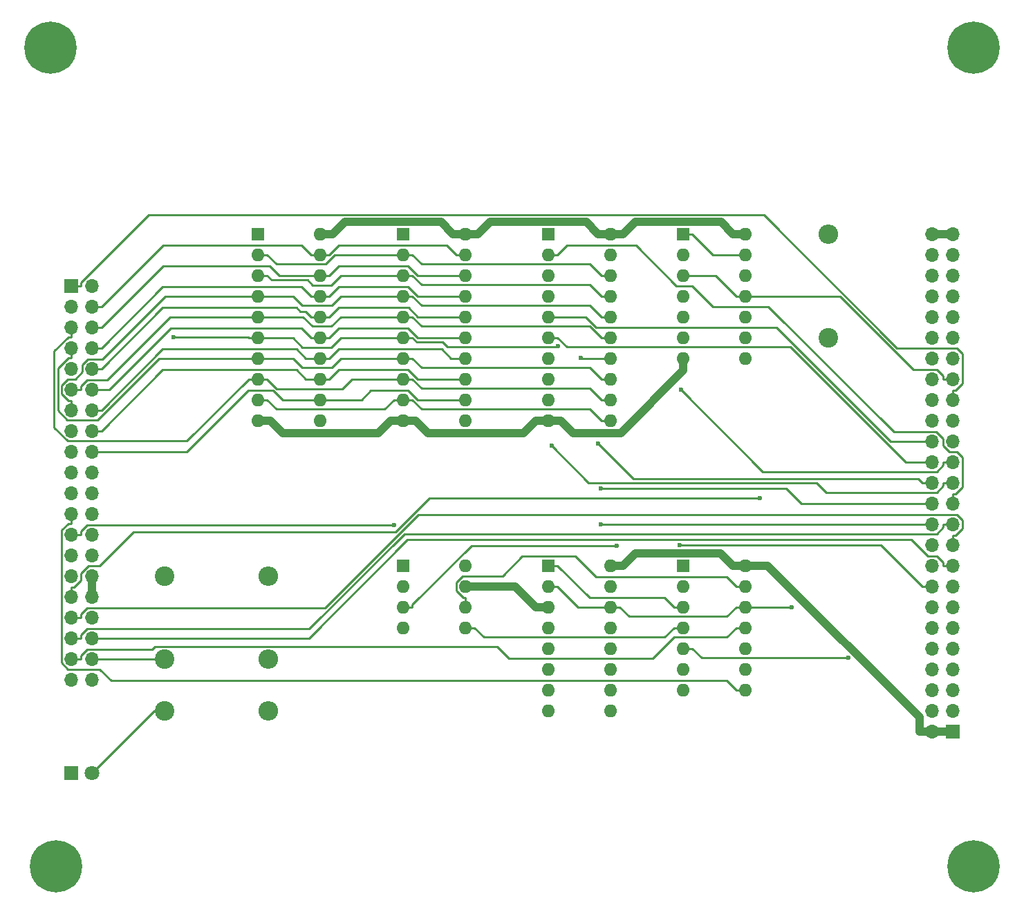
<source format=gbr>
G04 #@! TF.FileFunction,Copper,L1,Top,Signal*
%FSLAX46Y46*%
G04 Gerber Fmt 4.6, Leading zero omitted, Abs format (unit mm)*
G04 Created by KiCad (PCBNEW 4.0.6-e0-6349~53~ubuntu16.04.1) date Mon Apr  3 22:16:37 2017*
%MOMM*%
%LPD*%
G01*
G04 APERTURE LIST*
%ADD10C,0.100000*%
%ADD11R,1.800000X1.800000*%
%ADD12C,1.800000*%
%ADD13R,1.700000X1.700000*%
%ADD14O,1.700000X1.700000*%
%ADD15C,2.400000*%
%ADD16O,2.400000X2.400000*%
%ADD17R,1.600000X1.600000*%
%ADD18O,1.600000X1.600000*%
%ADD19C,6.400000*%
%ADD20C,0.600000*%
%ADD21C,0.250000*%
%ADD22C,1.000000*%
G04 APERTURE END LIST*
D10*
D11*
X54610000Y-134620000D03*
D12*
X57150000Y-134620000D03*
D13*
X162560000Y-129540000D03*
D14*
X160020000Y-129540000D03*
X162560000Y-127000000D03*
X160020000Y-127000000D03*
X162560000Y-124460000D03*
X160020000Y-124460000D03*
X162560000Y-121920000D03*
X160020000Y-121920000D03*
X162560000Y-119380000D03*
X160020000Y-119380000D03*
X162560000Y-116840000D03*
X160020000Y-116840000D03*
X162560000Y-114300000D03*
X160020000Y-114300000D03*
X162560000Y-111760000D03*
X160020000Y-111760000D03*
X162560000Y-109220000D03*
X160020000Y-109220000D03*
X162560000Y-106680000D03*
X160020000Y-106680000D03*
X162560000Y-104140000D03*
X160020000Y-104140000D03*
X162560000Y-101600000D03*
X160020000Y-101600000D03*
X162560000Y-99060000D03*
X160020000Y-99060000D03*
X162560000Y-96520000D03*
X160020000Y-96520000D03*
X162560000Y-93980000D03*
X160020000Y-93980000D03*
X162560000Y-91440000D03*
X160020000Y-91440000D03*
X162560000Y-88900000D03*
X160020000Y-88900000D03*
X162560000Y-86360000D03*
X160020000Y-86360000D03*
X162560000Y-83820000D03*
X160020000Y-83820000D03*
X162560000Y-81280000D03*
X160020000Y-81280000D03*
X162560000Y-78740000D03*
X160020000Y-78740000D03*
X162560000Y-76200000D03*
X160020000Y-76200000D03*
X162560000Y-73660000D03*
X160020000Y-73660000D03*
X162560000Y-71120000D03*
X160020000Y-71120000D03*
X162560000Y-68580000D03*
X160020000Y-68580000D03*
D13*
X54610000Y-74930000D03*
D14*
X57150000Y-74930000D03*
X54610000Y-77470000D03*
X57150000Y-77470000D03*
X54610000Y-80010000D03*
X57150000Y-80010000D03*
X54610000Y-82550000D03*
X57150000Y-82550000D03*
X54610000Y-85090000D03*
X57150000Y-85090000D03*
X54610000Y-87630000D03*
X57150000Y-87630000D03*
X54610000Y-90170000D03*
X57150000Y-90170000D03*
X54610000Y-92710000D03*
X57150000Y-92710000D03*
X54610000Y-95250000D03*
X57150000Y-95250000D03*
X54610000Y-97790000D03*
X57150000Y-97790000D03*
X54610000Y-100330000D03*
X57150000Y-100330000D03*
X54610000Y-102870000D03*
X57150000Y-102870000D03*
X54610000Y-105410000D03*
X57150000Y-105410000D03*
X54610000Y-107950000D03*
X57150000Y-107950000D03*
X54610000Y-110490000D03*
X57150000Y-110490000D03*
X54610000Y-113030000D03*
X57150000Y-113030000D03*
X54610000Y-115570000D03*
X57150000Y-115570000D03*
X54610000Y-118110000D03*
X57150000Y-118110000D03*
X54610000Y-120650000D03*
X57150000Y-120650000D03*
X54610000Y-123190000D03*
X57150000Y-123190000D03*
D15*
X66040000Y-110490000D03*
D16*
X78740000Y-110490000D03*
D15*
X66040000Y-120650000D03*
D16*
X78740000Y-120650000D03*
D15*
X66040000Y-127000000D03*
D16*
X78740000Y-127000000D03*
D15*
X147320000Y-81280000D03*
D16*
X147320000Y-68580000D03*
D17*
X129540000Y-109220000D03*
D18*
X137160000Y-124460000D03*
X129540000Y-111760000D03*
X137160000Y-121920000D03*
X129540000Y-114300000D03*
X137160000Y-119380000D03*
X129540000Y-116840000D03*
X137160000Y-116840000D03*
X129540000Y-119380000D03*
X137160000Y-114300000D03*
X129540000Y-121920000D03*
X137160000Y-111760000D03*
X129540000Y-124460000D03*
X137160000Y-109220000D03*
D17*
X113030000Y-109220000D03*
D18*
X120650000Y-127000000D03*
X113030000Y-111760000D03*
X120650000Y-124460000D03*
X113030000Y-114300000D03*
X120650000Y-121920000D03*
X113030000Y-116840000D03*
X120650000Y-119380000D03*
X113030000Y-119380000D03*
X120650000Y-116840000D03*
X113030000Y-121920000D03*
X120650000Y-114300000D03*
X113030000Y-124460000D03*
X120650000Y-111760000D03*
X113030000Y-127000000D03*
X120650000Y-109220000D03*
D17*
X129540000Y-68580000D03*
D18*
X137160000Y-83820000D03*
X129540000Y-71120000D03*
X137160000Y-81280000D03*
X129540000Y-73660000D03*
X137160000Y-78740000D03*
X129540000Y-76200000D03*
X137160000Y-76200000D03*
X129540000Y-78740000D03*
X137160000Y-73660000D03*
X129540000Y-81280000D03*
X137160000Y-71120000D03*
X129540000Y-83820000D03*
X137160000Y-68580000D03*
D17*
X95250000Y-109220000D03*
D18*
X102870000Y-116840000D03*
X95250000Y-111760000D03*
X102870000Y-114300000D03*
X95250000Y-114300000D03*
X102870000Y-111760000D03*
X95250000Y-116840000D03*
X102870000Y-109220000D03*
D17*
X95250000Y-68580000D03*
D18*
X102870000Y-91440000D03*
X95250000Y-71120000D03*
X102870000Y-88900000D03*
X95250000Y-73660000D03*
X102870000Y-86360000D03*
X95250000Y-76200000D03*
X102870000Y-83820000D03*
X95250000Y-78740000D03*
X102870000Y-81280000D03*
X95250000Y-81280000D03*
X102870000Y-78740000D03*
X95250000Y-83820000D03*
X102870000Y-76200000D03*
X95250000Y-86360000D03*
X102870000Y-73660000D03*
X95250000Y-88900000D03*
X102870000Y-71120000D03*
X95250000Y-91440000D03*
X102870000Y-68580000D03*
D17*
X77470000Y-68580000D03*
D18*
X85090000Y-91440000D03*
X77470000Y-71120000D03*
X85090000Y-88900000D03*
X77470000Y-73660000D03*
X85090000Y-86360000D03*
X77470000Y-76200000D03*
X85090000Y-83820000D03*
X77470000Y-78740000D03*
X85090000Y-81280000D03*
X77470000Y-81280000D03*
X85090000Y-78740000D03*
X77470000Y-83820000D03*
X85090000Y-76200000D03*
X77470000Y-86360000D03*
X85090000Y-73660000D03*
X77470000Y-88900000D03*
X85090000Y-71120000D03*
X77470000Y-91440000D03*
X85090000Y-68580000D03*
D17*
X113030000Y-68580000D03*
D18*
X120650000Y-91440000D03*
X113030000Y-71120000D03*
X120650000Y-88900000D03*
X113030000Y-73660000D03*
X120650000Y-86360000D03*
X113030000Y-76200000D03*
X120650000Y-83820000D03*
X113030000Y-78740000D03*
X120650000Y-81280000D03*
X113030000Y-81280000D03*
X120650000Y-78740000D03*
X113030000Y-83820000D03*
X120650000Y-76200000D03*
X113030000Y-86360000D03*
X120650000Y-73660000D03*
X113030000Y-88900000D03*
X120650000Y-71120000D03*
X113030000Y-91440000D03*
X120650000Y-68580000D03*
D19*
X165100000Y-146050000D03*
X52705000Y-146050000D03*
X52070000Y-45720000D03*
X165100000Y-45720000D03*
D20*
X149744900Y-120505300D03*
X142861300Y-114300000D03*
X129142800Y-106691100D03*
X119451100Y-104191100D03*
X119451100Y-99727000D03*
X113406400Y-94535300D03*
X119097500Y-94266400D03*
X129250400Y-87635000D03*
X138973000Y-100988700D03*
X67128900Y-81221600D03*
X117006500Y-83775600D03*
X114238800Y-82344600D03*
X94124700Y-104234700D03*
X121424900Y-106769400D03*
D21*
X64770000Y-127000000D02*
X57150000Y-134620000D01*
X66040000Y-127000000D02*
X64770000Y-127000000D01*
D22*
X137160000Y-109220000D02*
X138660300Y-109220000D01*
X159244900Y-129540000D02*
X158469700Y-129540000D01*
X159244900Y-129540000D02*
X160020000Y-129540000D01*
X160020000Y-129540000D02*
X162560000Y-129540000D01*
X105870700Y-67079600D02*
X104370300Y-68580000D01*
X117649300Y-67079600D02*
X105870700Y-67079600D01*
X119149700Y-68580000D02*
X117649300Y-67079600D01*
X102870000Y-68580000D02*
X104370300Y-68580000D01*
X99869300Y-67079600D02*
X101369700Y-68580000D01*
X88090700Y-67079600D02*
X99869300Y-67079600D01*
X86590300Y-68580000D02*
X88090700Y-67079600D01*
X85090000Y-68580000D02*
X86590300Y-68580000D01*
X102870000Y-68580000D02*
X101369700Y-68580000D01*
X119899900Y-68580000D02*
X119149700Y-68580000D01*
X134145500Y-107705800D02*
X135659700Y-109220000D01*
X123664500Y-107705800D02*
X134145500Y-107705800D01*
X122150300Y-109220000D02*
X123664500Y-107705800D01*
X120650000Y-109220000D02*
X122150300Y-109220000D01*
X137160000Y-109220000D02*
X135659700Y-109220000D01*
X139874300Y-109220000D02*
X138660300Y-109220000D01*
X158469700Y-127815400D02*
X139874300Y-109220000D01*
X158469700Y-129540000D02*
X158469700Y-127815400D01*
X119899900Y-68580000D02*
X120650000Y-68580000D01*
X134159300Y-67079600D02*
X135659700Y-68580000D01*
X123650700Y-67079600D02*
X134159300Y-67079600D01*
X122150300Y-68580000D02*
X123650700Y-67079600D01*
X120650000Y-68580000D02*
X122150300Y-68580000D01*
X137160000Y-68580000D02*
X135659700Y-68580000D01*
D21*
X129540000Y-119380000D02*
X130665300Y-119380000D01*
X131790600Y-120505300D02*
X149744900Y-120505300D01*
X130665300Y-119380000D02*
X131790600Y-120505300D01*
X113030000Y-111760000D02*
X114155300Y-111760000D01*
X116695300Y-114300000D02*
X120650000Y-114300000D01*
X114155300Y-111760000D02*
X116695300Y-114300000D01*
X134909400Y-115425300D02*
X136034700Y-114300000D01*
X122900600Y-115425300D02*
X134909400Y-115425300D01*
X121775300Y-114300000D02*
X122900600Y-115425300D01*
X120650000Y-114300000D02*
X121775300Y-114300000D01*
X137160000Y-114300000D02*
X136034700Y-114300000D01*
X137160000Y-114300000D02*
X142861300Y-114300000D01*
X153775800Y-106691100D02*
X158844700Y-111760000D01*
X129142800Y-106691100D02*
X153775800Y-106691100D01*
X160020000Y-111760000D02*
X158844700Y-111760000D01*
X161384700Y-108852600D02*
X161384700Y-109220000D01*
X160576800Y-108044700D02*
X161384700Y-108852600D01*
X159484500Y-108044700D02*
X160576800Y-108044700D01*
X157491300Y-106051500D02*
X159484500Y-108044700D01*
X95754300Y-106051500D02*
X157491300Y-106051500D01*
X83695800Y-118110000D02*
X95754300Y-106051500D01*
X57150000Y-118110000D02*
X83695800Y-118110000D01*
X162560000Y-109220000D02*
X161384700Y-109220000D01*
X162927400Y-105504700D02*
X162560000Y-105504700D01*
X163735300Y-104696800D02*
X162927400Y-105504700D01*
X163735300Y-103624500D02*
X163735300Y-104696800D01*
X163075100Y-102964300D02*
X163735300Y-103624500D01*
X97100800Y-102964300D02*
X163075100Y-102964300D01*
X85670400Y-114394700D02*
X97100800Y-102964300D01*
X56593200Y-114394700D02*
X85670400Y-114394700D01*
X55785300Y-115202600D02*
X56593200Y-114394700D01*
X55785300Y-115570000D02*
X55785300Y-115202600D01*
X54610000Y-115570000D02*
X55785300Y-115570000D01*
X162560000Y-106680000D02*
X162560000Y-105504700D01*
X161384700Y-104507400D02*
X161384700Y-104140000D01*
X160576800Y-105315300D02*
X161384700Y-104507400D01*
X95386700Y-105315300D02*
X160576800Y-105315300D01*
X83767300Y-116934700D02*
X95386700Y-105315300D01*
X56593200Y-116934700D02*
X83767300Y-116934700D01*
X55785300Y-117742600D02*
X56593200Y-116934700D01*
X55785300Y-118110000D02*
X55785300Y-117742600D01*
X54610000Y-118110000D02*
X55785300Y-118110000D01*
X162560000Y-104140000D02*
X161384700Y-104140000D01*
X158793600Y-104191100D02*
X158844700Y-104140000D01*
X119451100Y-104191100D02*
X158793600Y-104191100D01*
X160020000Y-104140000D02*
X158844700Y-104140000D01*
X113030000Y-71120000D02*
X114155300Y-71120000D01*
X162560000Y-101600000D02*
X162560000Y-100424700D01*
X115283200Y-69992100D02*
X114155300Y-71120000D01*
X123740700Y-69992100D02*
X115283200Y-69992100D01*
X128678600Y-74930000D02*
X123740700Y-69992100D01*
X130665400Y-74930000D02*
X128678600Y-74930000D01*
X133205400Y-77470000D02*
X130665400Y-74930000D01*
X139981700Y-77470000D02*
X133205400Y-77470000D01*
X155316300Y-92804600D02*
X139981700Y-77470000D01*
X160545600Y-92804600D02*
X155316300Y-92804600D01*
X161384600Y-93643600D02*
X160545600Y-92804600D01*
X161384600Y-94505600D02*
X161384600Y-93643600D01*
X162129000Y-95250000D02*
X161384600Y-94505600D01*
X163032700Y-95250000D02*
X162129000Y-95250000D01*
X163735300Y-95952600D02*
X163032700Y-95250000D01*
X163735300Y-99616800D02*
X163735300Y-95952600D01*
X162927400Y-100424700D02*
X163735300Y-99616800D01*
X162560000Y-100424700D02*
X162927400Y-100424700D01*
X144020400Y-101600000D02*
X160020000Y-101600000D01*
X142147400Y-99727000D02*
X144020400Y-101600000D01*
X119451100Y-99727000D02*
X142147400Y-99727000D01*
X161384700Y-99427400D02*
X161384700Y-99060000D01*
X160576800Y-100235300D02*
X161384700Y-99427400D01*
X147023100Y-100235300D02*
X160576800Y-100235300D01*
X145847800Y-99060000D02*
X147023100Y-100235300D01*
X117931000Y-99060000D02*
X145847800Y-99060000D01*
X117931000Y-99059900D02*
X117931000Y-99060000D01*
X113406400Y-94535300D02*
X117931000Y-99059900D01*
X162560000Y-99060000D02*
X161384700Y-99060000D01*
X158357700Y-98573000D02*
X158844700Y-99060000D01*
X123404100Y-98573000D02*
X158357700Y-98573000D01*
X119097500Y-94266400D02*
X123404100Y-98573000D01*
X160020000Y-99060000D02*
X158844700Y-99060000D01*
X162560000Y-96520000D02*
X161384700Y-96520000D01*
X139310700Y-97695300D02*
X129250400Y-87635000D01*
X160576800Y-97695300D02*
X139310700Y-97695300D01*
X161384700Y-96887400D02*
X160576800Y-97695300D01*
X161384700Y-96520000D02*
X161384700Y-96887400D01*
X113030000Y-81280000D02*
X114155300Y-81280000D01*
X156801700Y-96520000D02*
X160020000Y-96520000D01*
X142687000Y-82405300D02*
X156801700Y-96520000D01*
X115280600Y-82405300D02*
X142687000Y-82405300D01*
X114155300Y-81280000D02*
X115280600Y-82405300D01*
X154975400Y-93980000D02*
X160020000Y-93980000D01*
X141005400Y-80010000D02*
X154975400Y-93980000D01*
X118891600Y-80010000D02*
X141005400Y-80010000D01*
X117621600Y-78740000D02*
X118891600Y-80010000D01*
X113030000Y-78740000D02*
X117621600Y-78740000D01*
X162927400Y-87724700D02*
X162560000Y-87724700D01*
X163735300Y-86916800D02*
X162927400Y-87724700D01*
X163735300Y-83260600D02*
X163735300Y-86916800D01*
X163024700Y-82550000D02*
X163735300Y-83260600D01*
X155738300Y-82550000D02*
X163024700Y-82550000D01*
X139428400Y-66240100D02*
X155738300Y-82550000D01*
X64107900Y-66240100D02*
X139428400Y-66240100D01*
X55785300Y-74562700D02*
X64107900Y-66240100D01*
X55785300Y-74930000D02*
X55785300Y-74562700D01*
X54610000Y-74930000D02*
X55785300Y-74930000D01*
X162560000Y-88900000D02*
X162560000Y-87724700D01*
X162560000Y-86360000D02*
X161384700Y-86360000D01*
X148751400Y-76200000D02*
X137160000Y-76200000D01*
X157736100Y-85184700D02*
X148751400Y-76200000D01*
X160576800Y-85184700D02*
X157736100Y-85184700D01*
X161384700Y-85992600D02*
X160576800Y-85184700D01*
X161384700Y-86360000D02*
X161384700Y-85992600D01*
X133494700Y-73660000D02*
X129540000Y-73660000D01*
X136034700Y-76200000D02*
X133494700Y-73660000D01*
X137160000Y-76200000D02*
X136034700Y-76200000D01*
X54610000Y-113030000D02*
X54610000Y-111854700D01*
X54977400Y-111854700D02*
X54610000Y-111854700D01*
X55785300Y-111046800D02*
X54977400Y-111854700D01*
X55785300Y-110153700D02*
X55785300Y-111046800D01*
X56719000Y-109220000D02*
X55785300Y-110153700D01*
X58069900Y-109220000D02*
X56719000Y-109220000D01*
X62212200Y-105077700D02*
X58069900Y-109220000D01*
X94332800Y-105077700D02*
X62212200Y-105077700D01*
X98421800Y-100988700D02*
X94332800Y-105077700D01*
X138973000Y-100988700D02*
X98421800Y-100988700D01*
D22*
X113030000Y-114300000D02*
X111529700Y-114300000D01*
X129540000Y-83820000D02*
X129540000Y-85320300D01*
X57150000Y-113030000D02*
X57150000Y-110490000D01*
X160020000Y-68580000D02*
X162560000Y-68580000D01*
X108989700Y-111760000D02*
X104370300Y-111760000D01*
X111529700Y-114300000D02*
X108989700Y-111760000D01*
X102870000Y-111760000D02*
X104370300Y-111760000D01*
X77470000Y-91440000D02*
X78970300Y-91440000D01*
X80487200Y-92956900D02*
X78970300Y-91440000D01*
X92232800Y-92956900D02*
X80487200Y-92956900D01*
X93749700Y-91440000D02*
X92232800Y-92956900D01*
X95250000Y-91440000D02*
X93749700Y-91440000D01*
X113259900Y-91440000D02*
X114530300Y-91440000D01*
X113259900Y-91440000D02*
X113030000Y-91440000D01*
X98265400Y-92955100D02*
X96750300Y-91440000D01*
X110014600Y-92955100D02*
X98265400Y-92955100D01*
X111529700Y-91440000D02*
X110014600Y-92955100D01*
X113030000Y-91440000D02*
X111529700Y-91440000D01*
X95250000Y-91440000D02*
X96750300Y-91440000D01*
X116041400Y-92951100D02*
X114530300Y-91440000D01*
X121909200Y-92951100D02*
X116041400Y-92951100D01*
X129540000Y-85320300D02*
X121909200Y-92951100D01*
D21*
X79720600Y-90025300D02*
X78595300Y-88900000D01*
X92999400Y-90025300D02*
X79720600Y-90025300D01*
X94124700Y-88900000D02*
X92999400Y-90025300D01*
X95250000Y-88900000D02*
X94124700Y-88900000D01*
X77470000Y-88900000D02*
X78595300Y-88900000D01*
X97500600Y-90025300D02*
X96375300Y-88900000D01*
X118110000Y-90025300D02*
X97500600Y-90025300D01*
X119524700Y-91440000D02*
X118110000Y-90025300D01*
X120650000Y-91440000D02*
X119524700Y-91440000D01*
X95250000Y-88900000D02*
X96375300Y-88900000D01*
X100619400Y-69994700D02*
X101744700Y-71120000D01*
X87340600Y-69994700D02*
X100619400Y-69994700D01*
X86215300Y-71120000D02*
X87340600Y-69994700D01*
X102870000Y-71120000D02*
X101744700Y-71120000D01*
X85652700Y-71120000D02*
X86215300Y-71120000D01*
X85652700Y-71120000D02*
X85090000Y-71120000D01*
X65836300Y-69959000D02*
X58325300Y-77470000D01*
X82803700Y-69959000D02*
X65836300Y-69959000D01*
X83964700Y-71120000D02*
X82803700Y-69959000D01*
X85090000Y-71120000D02*
X83964700Y-71120000D01*
X57150000Y-77470000D02*
X58325300Y-77470000D01*
X54610000Y-80010000D02*
X54610000Y-81185300D01*
X77470000Y-86360000D02*
X78595300Y-86360000D01*
X77470000Y-86360000D02*
X76344700Y-86360000D01*
X79778300Y-87543000D02*
X78595300Y-86360000D01*
X87785900Y-87543000D02*
X79778300Y-87543000D01*
X88968900Y-86360000D02*
X87785900Y-87543000D01*
X95250000Y-86360000D02*
X88968900Y-86360000D01*
X97500600Y-87485300D02*
X96375300Y-86360000D01*
X118110000Y-87485300D02*
X97500600Y-87485300D01*
X119524700Y-88900000D02*
X118110000Y-87485300D01*
X120650000Y-88900000D02*
X119524700Y-88900000D01*
X95250000Y-86360000D02*
X96375300Y-86360000D01*
X54242700Y-81185300D02*
X54610000Y-81185300D01*
X52521500Y-82906500D02*
X54242700Y-81185300D01*
X52521500Y-92291100D02*
X52521500Y-82906500D01*
X54155800Y-93925400D02*
X52521500Y-92291100D01*
X68779300Y-93925400D02*
X54155800Y-93925400D01*
X76344700Y-86360000D02*
X68779300Y-93925400D01*
X57150000Y-80010000D02*
X58325300Y-80010000D01*
X65865900Y-72469400D02*
X58325300Y-80010000D01*
X78900000Y-72469400D02*
X65865900Y-72469400D01*
X80090600Y-73660000D02*
X78900000Y-72469400D01*
X85090000Y-73660000D02*
X80090600Y-73660000D01*
X97012200Y-73660000D02*
X102870000Y-73660000D01*
X95879000Y-72526800D02*
X97012200Y-73660000D01*
X87348500Y-72526800D02*
X95879000Y-72526800D01*
X86215300Y-73660000D02*
X87348500Y-72526800D01*
X85090000Y-73660000D02*
X86215300Y-73660000D01*
X81743000Y-83820000D02*
X78595300Y-83820000D01*
X82868300Y-84945300D02*
X81743000Y-83820000D01*
X86500000Y-84945300D02*
X82868300Y-84945300D01*
X87625300Y-83820000D02*
X86500000Y-84945300D01*
X94124700Y-83820000D02*
X87625300Y-83820000D01*
X95250000Y-83820000D02*
X94124700Y-83820000D01*
X77470000Y-83820000D02*
X78595300Y-83820000D01*
X54610000Y-82550000D02*
X54610000Y-83725300D01*
X65351200Y-83820000D02*
X77470000Y-83820000D01*
X57810700Y-91360500D02*
X65351200Y-83820000D01*
X54118300Y-91360500D02*
X57810700Y-91360500D01*
X52976000Y-90218200D02*
X54118300Y-91360500D01*
X52976000Y-84992000D02*
X52976000Y-90218200D01*
X54242700Y-83725300D02*
X52976000Y-84992000D01*
X54610000Y-83725300D02*
X54242700Y-83725300D01*
X97500600Y-84945300D02*
X96375300Y-83820000D01*
X118110000Y-84945300D02*
X97500600Y-84945300D01*
X119524700Y-86360000D02*
X118110000Y-84945300D01*
X120650000Y-86360000D02*
X119524700Y-86360000D01*
X95250000Y-83820000D02*
X96375300Y-83820000D01*
X57150000Y-82550000D02*
X58325300Y-82550000D01*
X82825300Y-75060600D02*
X83964700Y-76200000D01*
X65814700Y-75060600D02*
X82825300Y-75060600D01*
X58325300Y-82550000D02*
X65814700Y-75060600D01*
X84527400Y-76200000D02*
X83964700Y-76200000D01*
X84527400Y-76200000D02*
X85090000Y-76200000D01*
X97012200Y-76200000D02*
X102870000Y-76200000D01*
X95879000Y-75066800D02*
X97012200Y-76200000D01*
X87348500Y-75066800D02*
X95879000Y-75066800D01*
X86215300Y-76200000D02*
X87348500Y-75066800D01*
X85090000Y-76200000D02*
X86215300Y-76200000D01*
X76286300Y-81221600D02*
X67128900Y-81221600D01*
X76344700Y-81280000D02*
X76286300Y-81221600D01*
X77470000Y-81280000D02*
X76344700Y-81280000D01*
X81743000Y-81280000D02*
X78595300Y-81280000D01*
X82918500Y-82455500D02*
X81743000Y-81280000D01*
X86449800Y-82455500D02*
X82918500Y-82455500D01*
X87625300Y-81280000D02*
X86449800Y-82455500D01*
X95250000Y-81280000D02*
X87625300Y-81280000D01*
X77470000Y-81280000D02*
X78595300Y-81280000D01*
X117050900Y-83820000D02*
X117006500Y-83775600D01*
X120650000Y-83820000D02*
X117050900Y-83820000D01*
X96944900Y-81849600D02*
X96375300Y-81280000D01*
X100092600Y-81849600D02*
X96944900Y-81849600D01*
X100650100Y-82407100D02*
X100092600Y-81849600D01*
X114176300Y-82407100D02*
X100650100Y-82407100D01*
X114238800Y-82344600D02*
X114176300Y-82407100D01*
X95250000Y-81280000D02*
X96375300Y-81280000D01*
X87340600Y-77614700D02*
X86215300Y-78740000D01*
X95886900Y-77614700D02*
X87340600Y-77614700D01*
X97012200Y-78740000D02*
X95886900Y-77614700D01*
X102870000Y-78740000D02*
X97012200Y-78740000D01*
X85090000Y-78740000D02*
X86215300Y-78740000D01*
X57150000Y-85090000D02*
X58325300Y-85090000D01*
X85090000Y-78740000D02*
X83964700Y-78740000D01*
X83289700Y-78065000D02*
X83964700Y-78740000D01*
X82652800Y-78065000D02*
X83289700Y-78065000D01*
X82202500Y-77614700D02*
X82652800Y-78065000D01*
X65800600Y-77614700D02*
X82202500Y-77614700D01*
X58325300Y-85090000D02*
X65800600Y-77614700D01*
X54610000Y-87630000D02*
X55785300Y-87630000D01*
X95250000Y-78740000D02*
X94124700Y-78740000D01*
X77470000Y-78740000D02*
X78595300Y-78740000D01*
X66732500Y-78740000D02*
X77470000Y-78740000D01*
X59017800Y-86454700D02*
X66732500Y-78740000D01*
X56593200Y-86454700D02*
X59017800Y-86454700D01*
X55785300Y-87262600D02*
X56593200Y-86454700D01*
X55785300Y-87630000D02*
X55785300Y-87262600D01*
X87625300Y-78740000D02*
X94124700Y-78740000D01*
X86461500Y-79903800D02*
X87625300Y-78740000D01*
X84113100Y-79903800D02*
X86461500Y-79903800D01*
X82949300Y-78740000D02*
X84113100Y-79903800D01*
X78595300Y-78740000D02*
X82949300Y-78740000D01*
X97500600Y-79865300D02*
X96375300Y-78740000D01*
X118110000Y-79865300D02*
X97500600Y-79865300D01*
X119524700Y-81280000D02*
X118110000Y-79865300D01*
X120650000Y-81280000D02*
X119524700Y-81280000D01*
X95250000Y-78740000D02*
X96375300Y-78740000D01*
X97012200Y-81280000D02*
X102870000Y-81280000D01*
X95879000Y-80146800D02*
X97012200Y-81280000D01*
X87348500Y-80146800D02*
X95879000Y-80146800D01*
X86215300Y-81280000D02*
X87348500Y-80146800D01*
X85371400Y-81280000D02*
X86215300Y-81280000D01*
X82813600Y-80128900D02*
X83964700Y-81280000D01*
X66761900Y-80128900D02*
X82813600Y-80128900D01*
X59260800Y-87630000D02*
X66761900Y-80128900D01*
X57150000Y-87630000D02*
X59260800Y-87630000D01*
X85090000Y-81280000D02*
X85371400Y-81280000D01*
X85090000Y-81280000D02*
X83964700Y-81280000D01*
X54610000Y-90170000D02*
X54610000Y-88994700D01*
X81743000Y-76200000D02*
X78595300Y-76200000D01*
X82876300Y-77333300D02*
X81743000Y-76200000D01*
X86492000Y-77333300D02*
X82876300Y-77333300D01*
X87625300Y-76200000D02*
X86492000Y-77333300D01*
X95250000Y-76200000D02*
X87625300Y-76200000D01*
X77470000Y-76200000D02*
X78595300Y-76200000D01*
X66095700Y-76200000D02*
X77470000Y-76200000D01*
X58381100Y-83914600D02*
X66095700Y-76200000D01*
X56660600Y-83914600D02*
X58381100Y-83914600D01*
X55949800Y-84625400D02*
X56660600Y-83914600D01*
X55949800Y-85485400D02*
X55949800Y-84625400D01*
X55075200Y-86360000D02*
X55949800Y-85485400D01*
X54196100Y-86360000D02*
X55075200Y-86360000D01*
X53434700Y-87121400D02*
X54196100Y-86360000D01*
X53434700Y-88186800D02*
X53434700Y-87121400D01*
X54242600Y-88994700D02*
X53434700Y-88186800D01*
X54610000Y-88994700D02*
X54242600Y-88994700D01*
X97500600Y-77325300D02*
X96375300Y-76200000D01*
X118110000Y-77325300D02*
X97500600Y-77325300D01*
X119524700Y-78740000D02*
X118110000Y-77325300D01*
X120650000Y-78740000D02*
X119524700Y-78740000D01*
X95250000Y-76200000D02*
X96375300Y-76200000D01*
X102870000Y-83820000D02*
X101744700Y-83820000D01*
X85090000Y-83820000D02*
X83964700Y-83820000D01*
X57150000Y-90170000D02*
X58325300Y-90170000D01*
X85090000Y-83820000D02*
X86215300Y-83820000D01*
X83327800Y-83820000D02*
X83964700Y-83820000D01*
X82188400Y-82680600D02*
X83327800Y-83820000D01*
X65814700Y-82680600D02*
X82188400Y-82680600D01*
X58325300Y-90170000D02*
X65814700Y-82680600D01*
X101107800Y-83820000D02*
X101744700Y-83820000D01*
X99982500Y-82694700D02*
X101107800Y-83820000D01*
X87340600Y-82694700D02*
X99982500Y-82694700D01*
X86215300Y-83820000D02*
X87340600Y-82694700D01*
X120650000Y-76200000D02*
X119524700Y-76200000D01*
X97500600Y-74785300D02*
X96375300Y-73660000D01*
X118110000Y-74785300D02*
X97500600Y-74785300D01*
X119524700Y-76200000D02*
X118110000Y-74785300D01*
X79164900Y-74229600D02*
X78595300Y-73660000D01*
X83584000Y-74229600D02*
X79164900Y-74229600D01*
X84189900Y-74835500D02*
X83584000Y-74229600D01*
X86449800Y-74835500D02*
X84189900Y-74835500D01*
X87625300Y-73660000D02*
X86449800Y-74835500D01*
X95250000Y-73660000D02*
X87625300Y-73660000D01*
X77470000Y-73660000D02*
X78595300Y-73660000D01*
X95250000Y-73660000D02*
X96375300Y-73660000D01*
X57150000Y-92710000D02*
X58325300Y-92710000D01*
X83327800Y-86360000D02*
X83964700Y-86360000D01*
X82194500Y-85226700D02*
X83327800Y-86360000D01*
X65808600Y-85226700D02*
X82194500Y-85226700D01*
X58325300Y-92710000D02*
X65808600Y-85226700D01*
X84527400Y-86360000D02*
X83964700Y-86360000D01*
X84527400Y-86360000D02*
X85090000Y-86360000D01*
X97012200Y-86360000D02*
X102870000Y-86360000D01*
X95879000Y-85226800D02*
X97012200Y-86360000D01*
X87348500Y-85226800D02*
X95879000Y-85226800D01*
X86215300Y-86360000D02*
X87348500Y-85226800D01*
X85090000Y-86360000D02*
X86215300Y-86360000D01*
X120650000Y-73660000D02*
X119524700Y-73660000D01*
X95250000Y-71120000D02*
X96375300Y-71120000D01*
X86852200Y-71120000D02*
X95250000Y-71120000D01*
X85724000Y-72248200D02*
X86852200Y-71120000D01*
X79723500Y-72248200D02*
X85724000Y-72248200D01*
X78595300Y-71120000D02*
X79723500Y-72248200D01*
X77470000Y-71120000D02*
X78595300Y-71120000D01*
X118110000Y-72245300D02*
X119524700Y-73660000D01*
X97500600Y-72245300D02*
X118110000Y-72245300D01*
X96375300Y-71120000D02*
X97500600Y-72245300D01*
X90136800Y-88900000D02*
X85090000Y-88900000D01*
X91270000Y-87766800D02*
X90136800Y-88900000D01*
X95879000Y-87766800D02*
X91270000Y-87766800D01*
X97012200Y-88900000D02*
X95879000Y-87766800D01*
X102870000Y-88900000D02*
X97012200Y-88900000D01*
X68724600Y-95250000D02*
X57150000Y-95250000D01*
X76265200Y-87709400D02*
X68724600Y-95250000D01*
X79307800Y-87709400D02*
X76265200Y-87709400D01*
X80498400Y-88900000D02*
X79307800Y-87709400D01*
X85090000Y-88900000D02*
X80498400Y-88900000D01*
X134909400Y-123334700D02*
X136034700Y-124460000D01*
X59484700Y-123334700D02*
X134909400Y-123334700D01*
X58070000Y-121920000D02*
X59484700Y-123334700D01*
X54187300Y-121920000D02*
X58070000Y-121920000D01*
X53402000Y-121134700D02*
X54187300Y-121920000D01*
X53402000Y-104886000D02*
X53402000Y-121134700D01*
X54242700Y-104045300D02*
X53402000Y-104886000D01*
X54610000Y-104045300D02*
X54242700Y-104045300D01*
X54610000Y-102870000D02*
X54610000Y-104045300D01*
X137160000Y-124460000D02*
X136034700Y-124460000D01*
X54610000Y-105410000D02*
X55785300Y-105410000D01*
X56593200Y-104234700D02*
X94124700Y-104234700D01*
X55785300Y-105042600D02*
X56593200Y-104234700D01*
X55785300Y-105410000D02*
X55785300Y-105042600D01*
X134909400Y-117965300D02*
X136034700Y-116840000D01*
X128419400Y-117965300D02*
X134909400Y-117965300D01*
X125833600Y-120551100D02*
X128419400Y-117965300D01*
X108188600Y-120551100D02*
X125833600Y-120551100D01*
X106756200Y-119118700D02*
X108188600Y-120551100D01*
X64831800Y-119118700D02*
X106756200Y-119118700D01*
X64475800Y-119474700D02*
X64831800Y-119118700D01*
X56593200Y-119474700D02*
X64475800Y-119474700D01*
X55785300Y-120282600D02*
X56593200Y-119474700D01*
X55785300Y-120650000D02*
X55785300Y-120282600D01*
X54610000Y-120650000D02*
X55785300Y-120650000D01*
X137160000Y-116840000D02*
X136034700Y-116840000D01*
X66040000Y-120650000D02*
X57150000Y-120650000D01*
X133205300Y-71120000D02*
X130665300Y-68580000D01*
X137160000Y-71120000D02*
X133205300Y-71120000D01*
X129540000Y-68580000D02*
X130665300Y-68580000D01*
X127289400Y-113174700D02*
X128414700Y-114300000D01*
X118110000Y-113174700D02*
X127289400Y-113174700D01*
X114155300Y-109220000D02*
X118110000Y-113174700D01*
X129540000Y-114300000D02*
X128414700Y-114300000D01*
X113030000Y-109220000D02*
X114155300Y-109220000D01*
X134909400Y-110634700D02*
X136034700Y-111760000D01*
X118856800Y-110634700D02*
X134909400Y-110634700D01*
X116316700Y-108094600D02*
X118856800Y-110634700D01*
X109795500Y-108094600D02*
X116316700Y-108094600D01*
X107400100Y-110490000D02*
X109795500Y-108094600D01*
X102545300Y-110490000D02*
X107400100Y-110490000D01*
X101731300Y-111304000D02*
X102545300Y-110490000D01*
X101731300Y-112317300D02*
X101731300Y-111304000D01*
X102588700Y-113174700D02*
X101731300Y-112317300D01*
X102870000Y-113174700D02*
X102588700Y-113174700D01*
X102870000Y-114300000D02*
X102870000Y-113174700D01*
X137160000Y-111760000D02*
X136034700Y-111760000D01*
X96375300Y-114018700D02*
X96375300Y-114300000D01*
X103624600Y-106769400D02*
X96375300Y-114018700D01*
X121424900Y-106769400D02*
X103624600Y-106769400D01*
X95250000Y-114300000D02*
X96375300Y-114300000D01*
X127289400Y-117965300D02*
X128414700Y-116840000D01*
X105120600Y-117965300D02*
X127289400Y-117965300D01*
X103995300Y-116840000D02*
X105120600Y-117965300D01*
X102870000Y-116840000D02*
X103995300Y-116840000D01*
X129540000Y-116840000D02*
X128414700Y-116840000D01*
M02*

</source>
